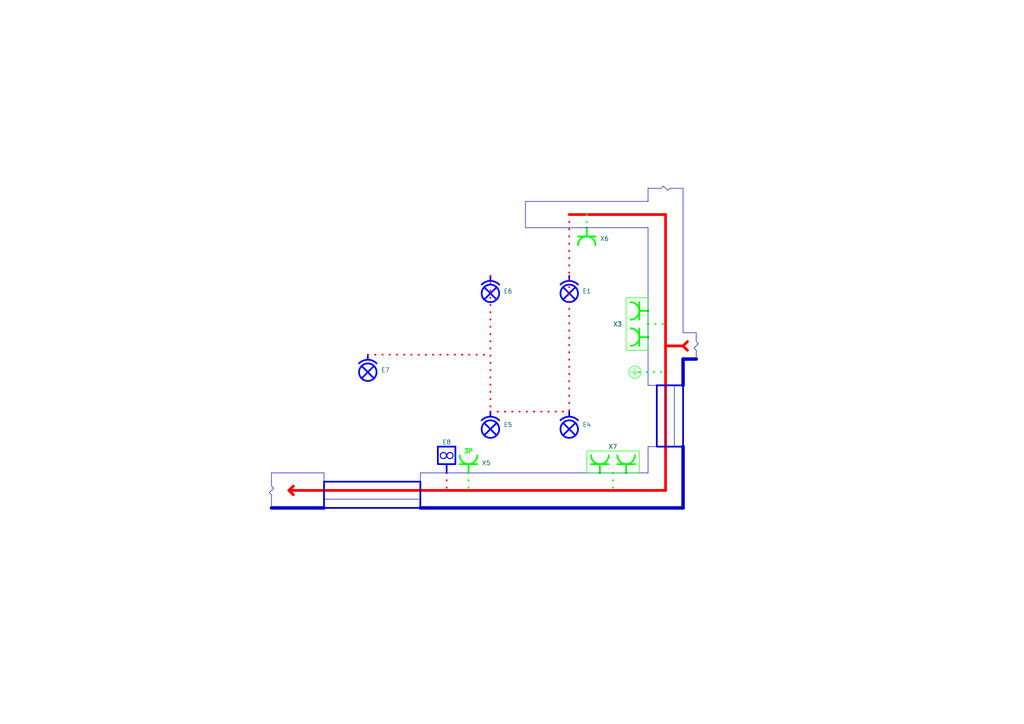
<source format=kicad_sch>
(kicad_sch (version 20230121) (generator eeschema)
  (paper "A4")
  (title_block (title "Projekt elektroinštalácie rodinného domu") (date "2024-05-09") (rev "1") (comment 4 "001-24") (comment 5 "Konanie stavby: 96901 Banská Štiavnica, Belianska 1770/15"))
  (lib_symbols
    (symbol "Wiring:Break" (in_bom no)
      (symbol "Break_0_1"
        (polyline (pts (xy -2.54 0) (xy -1.27 0) (xy -0.635 0.635) (xy 0.635 -0.635) (xy 1.27 0) (xy 2.54 0)) (stroke (width 0) (color 0 0 194 1)))
      )
    )
    (symbol "Wiring:Bulb_ceiling"
      (property "Reference" "E" (at 0 1.905 0))
      (symbol "Bulb_ceiling_0_1"
        (circle (center 0 -5.08) (radius 2.54) (stroke (width 0.5) (color 0 0 255 1)))
        (polyline (pts (xy 0 0) (xy 0 -1.27)) (stroke (width 0.5) (color 0 0 255 1)))
        (polyline (pts (xy 0 -5.08) (xy 1.778 -6.858) (xy -1.778 -3.302)) (stroke (width 0.5) (color 0 0 255 1)))
        (polyline (pts (xy 0 -5.08) (xy 1.778 -3.302) (xy -1.778 -6.858)) (stroke (width 0.5) (color 0 0 255 1)))
        (arc (start 2.5464 -2.524) (mid 0.0055 -1.4721) (end -2.5386 -2.5162) (stroke (width 0.5) (color 0 0 255 1)))
      )
    )
    (symbol "Wiring:Fan"
      (property "Reference" "E" (at 0 2.54 0))
      (symbol "Fan_0_1"
        (circle (center -0.9652 -5.0292) (radius 0.898) (stroke (width 0.3) (color 0 0 255 1)))
        (polyline (pts (xy 0 0) (xy 0 -2.54)) (stroke (width 0.5) (color 0 0 255 1)))
        (polyline (pts (xy 2.54 -7.62) (xy -2.54 -7.62)) (stroke (width 0.5) (color 0 0 255 1)))
        (polyline (pts (xy -2.54 -7.62) (xy -2.54 -2.54) (xy 2.54 -2.54) (xy 2.54 -7.62)) (stroke (width 0.5) (color 0 0 255 1)))
        (circle (center 0.9398 -5.0292) (radius 0.898) (stroke (width 0.3) (color 0 0 255 1)))
      )
    )
    (symbol "Wiring:Outlet"
      (property "Reference" "X" (at 5.08 -3.81 90))
      (symbol "Outlet_0_1"
        (arc (start 0 -2.54) (mid -1.7961 -3.2839) (end -2.54 -5.08) (stroke (width 0.5) (color 0 255 0 1)))
        (polyline (pts (xy 0 0) (xy 0 -2.54) (xy 0 -1.27)) (stroke (width 0.5) (color 0 255 0 1)))
        (polyline (pts (xy 0 -2.54) (xy 2.54 -2.54) (xy -2.54 -2.54) (xy -1.27 -2.54)) (stroke (width 0.5) (color 0 255 0 1)))
        (arc (start 2.54 -5.08) (mid 1.7961 -3.2839) (end 0 -2.54) (stroke (width 0.5) (color 0 255 0 1)))
      )
    )
    (symbol "Wiring:Outlet_3P"
      (property "Reference" "X" (at 0 1.905 0))
      (symbol "Outlet_3P_0_1"
        (arc (start 0.0002 -2.5402) (mid -1.7959 -3.2841) (end -2.5398 -5.0802) (stroke (width 0.5) (color 0 255 0 1)))
        (polyline (pts (xy 0.0002 -0.0002) (xy 0.0002 -2.5402) (xy 0.0002 -1.2702)) (stroke (width 0.5) (color 0 255 0 1)))
        (polyline (pts (xy 0.0002 -2.5402) (xy 2.5402 -2.5402) (xy -2.5398 -2.5402) (xy -1.2698 -2.5402)) (stroke (width 0.5) (color 0 255 0 1)))
        (arc (start 2.5402 -5.0802) (mid 1.7963 -3.2841) (end 0.0002 -2.5402) (stroke (width 0.5) (color 0 255 0 1)))
        (text "3P" (at 0 -6.35 0) (effects (font (size 1.27 1.27) bold)))
      )
    )
    (symbol "Wiring:PE" (in_bom no)
      (symbol "PE_0_1"
        (polyline (pts (xy -0.635 -0.381) (xy 0.635 -0.381)) (stroke (width 0) (color 0 255 0 1)))
        (polyline (pts (xy -0.254 -0.762) (xy 0.254 -0.762)) (stroke (width 0) (color 0 255 0 1)))
        (polyline (pts (xy -1.27 0) (xy 1.27 0) (xy 0 0) (xy 0 1.27)) (stroke (width 0) (color 0 255 0 1)))
        (circle (center 0 0) (radius 1.7825) (stroke (width 0) (color 0 255 0 1)))
      )
    )
  )
  (polyline (pts (xy 187.96 54.61) (xy 190.5 54.61)))
  (polyline (pts (xy 198.12 104.14) (xy 198.12 111.76)) (stroke (width 1)))
  (polyline (pts (xy 198.12 100.33) (xy 193.04 100.33)) (stroke (width 0.8) (type solid) (color 255 0 0 1)))
  (polyline (pts (xy 187.96 66.04) (xy 187.96 111.76)))
  (polyline (pts (xy 152.4 58.42) (xy 152.4 66.04)))
  (polyline (pts (xy 83.82 142.24) (xy 193.04 142.24)) (stroke (width 0.8) (type solid) (color 255 0 0 1)))
  (polyline (pts (xy 198.12 100.33) (xy 199.39 99.06)) (stroke (width 0.8) (type solid) (color 255 0 0 1)))
  (polyline (pts (xy 187.96 58.42) (xy 152.4 58.42)))
  (polyline (pts (xy 83.82 142.24) (xy 85.09 143.51)) (stroke (width 0.8) (type solid) (color 255 0 0 1)))
  (polyline (pts (xy 152.4 66.04) (xy 187.96 66.04)))
  (polyline (pts (xy 195.58 111.76) (xy 195.58 129.54)))
  (polyline (pts (xy 165.1 62.23) (xy 165.1 119.38)) (stroke (width 0.5) (type dot) (color 255 0 0 1)))
  (polyline (pts (xy 124.46 137.16) (xy 121.92 137.16)))
  (polyline (pts (xy 193.04 100.33) (xy 193.04 62.23)) (stroke (width 0.8) (type solid) (color 255 0 0 1)))
  (polyline (pts (xy 187.96 111.76) (xy 190.5 111.76)))
  (polyline (pts (xy 187.96 54.61) (xy 187.96 58.42)))
  (polyline (pts (xy 78.74 137.16) (xy 78.74 139.7)))
  (polyline (pts (xy 198.12 147.32) (xy 198.12 129.54)) (stroke (width 1)))
  (polyline (pts (xy 201.93 102.87) (xy 201.93 104.14)))
  (polyline (pts (xy 78.74 137.16) (xy 93.98 137.16)))
  (polyline (pts (xy 135.89 137.16) (xy 135.89 142.24)) (stroke (width 0.5) (type dot) (color 0 255 0 1)))
  (polyline (pts (xy 201.93 96.52) (xy 201.93 97.79)))
  (polyline (pts (xy 187.96 93.98) (xy 193.04 93.98)) (stroke (width 0.5) (type dot) (color 0 255 0 1)))
  (polyline (pts (xy 193.04 100.33) (xy 193.04 142.24)) (stroke (width 0.8) (type solid) (color 255 0 0 1)))
  (polyline (pts (xy 121.92 137.16) (xy 121.92 139.7)))
  (polyline (pts (xy 142.24 119.38) (xy 165.1 119.38)) (stroke (width 0.5) (type dot) (color 255 0 0 1)))
  (polyline (pts (xy 106.68 102.87) (xy 142.24 102.87)) (stroke (width 0.5) (type dot) (color 255 0 0 1)))
  (polyline (pts (xy 129.54 137.16) (xy 129.54 142.24)) (stroke (width 0.5) (type dot) (color 255 0 0 1)))
  (polyline (pts (xy 198.12 96.52) (xy 198.12 54.61)))
  (polyline (pts (xy 170.18 62.23) (xy 170.18 66.04)) (stroke (width 0.5) (type dot) (color 0 255 0 1)))
  (polyline (pts (xy 165.1 62.23) (xy 193.04 62.23)) (stroke (width 0.8) (type solid) (color 255 0 0 1)))
  (polyline (pts (xy 124.46 137.16) (xy 187.96 137.16)))
  (polyline (pts (xy 121.92 142.24) (xy 109.22 142.24)))
  (polyline (pts (xy 198.12 96.52) (xy 201.93 96.52)))
  (polyline (pts (xy 193.04 111.76) (xy 193.04 129.54)))
  (polyline (pts (xy 83.82 142.24) (xy 85.09 140.97)) (stroke (width 0.8) (type solid) (color 255 0 0 1)))
  (polyline (pts (xy 78.74 144.78) (xy 78.74 147.32)))
  (polyline (pts (xy 185.42 107.95) (xy 193.04 107.95)) (stroke (width 0.5) (type dot) (color 0 255 0 1)))
  (polyline (pts (xy 78.74 147.32) (xy 93.98 147.32)) (stroke (width 1)))
  (polyline (pts (xy 177.8 137.16) (xy 177.8 142.24)) (stroke (width 0.5) (type dot) (color 0 255 0 1)))
  (polyline (pts (xy 187.96 137.16) (xy 187.96 129.54)))
  (polyline (pts (xy 121.92 142.24) (xy 93.98 142.24)))
  (polyline (pts (xy 198.12 100.33) (xy 199.39 101.6)) (stroke (width 0.8) (type solid) (color 255 0 0 1)))
  (polyline (pts (xy 198.12 104.14) (xy 201.93 104.14)) (stroke (width 1)))
  (polyline (pts (xy 93.98 137.16) (xy 93.98 139.7)))
  (polyline (pts (xy 121.92 144.78) (xy 93.98 144.78)))
  (polyline (pts (xy 121.92 147.32) (xy 198.12 147.32)) (stroke (width 1)))
  (polyline (pts (xy 187.96 129.54) (xy 190.5 129.54)))
  (polyline (pts (xy 195.58 54.61) (xy 198.12 54.61)))
  (polyline (pts (xy 142.24 80.01) (xy 142.24 119.38)) (stroke (width 0.5) (type dot) (color 255 0 0 1)))
  (rectangle (start 93.98 139.7) (end 121.92 147.32) (stroke (width 0.5)))
  (rectangle (start 181.61 86.36) (end 187.96 101.6) (stroke (width 0) (color 0 255 0 1)))
  (rectangle (start 190.5 111.76) (end 198.12 129.54) (stroke (width 0.5)))
  (rectangle (start 170.18 130.81) (end 185.42 137.16) (stroke (width 0) (color 0 255 0 1)))
  (symbol (lib_id "Wiring:Bulb_ceiling") (at 142.24 119.38 0) (unit 1)
    (property "Reference" "E5" (at 146.05 123.19 0) (effects (justify left)))
  )
  (symbol (lib_id "Wiring:PE") (at 184.15 107.95 0) (unit 1) (in_bom no)
    (property "Reference" "~4" (effects hide))
  )
  (symbol (lib_id "Wiring:Outlet") (at 173.99 137.16 180) (unit 1)
    (property "Reference" "X8" (effects hide))
    (property "Value" "~" (at 173.99 137.16 0))
  )
  (symbol (lib_id "Wiring:Bulb_ceiling") (at 165.1 119.38 0) (unit 1)
    (property "Reference" "E4" (at 168.91 123.19 0) (effects (justify left)))
  )
  (symbol (lib_id "Wiring:Fan") (at 129.54 137.16 180) (unit 1)
    (property "Reference" "E8" (at 128.27 128.27 0) (effects (justify right)))
    (property "Value" "~" (at 129.54 137.16 0))
  )
  (symbol (lib_id "Wiring:Bulb_ceiling") (at 142.24 80.01 0) (unit 1)
    (property "Reference" "E6" (at 146.05 84.455 0) (effects (justify left)))
  )
  (symbol (lib_id "Wiring:Break") (at 78.74 142.24 90) (unit 1) (in_bom no)
    (property "Reference" "~1" (effects hide))
  )
  (symbol (lib_id "Wiring:Break") (at 193.04 54.61 0) (unit 1) (in_bom no)
    (property "Reference" "~3" (effects hide))
  )
  (symbol (lib_id "Wiring:Break") (at 201.93 100.33 90) (unit 1) (in_bom no)
    (property "Reference" "~2" (effects hide))
  )
  (symbol (lib_id "Wiring:Outlet") (at 187.96 97.79 270) (unit 1)
    (property "Reference" "X4" (effects hide))
    (property "Value" "~" (at 187.96 97.79 0))
  )
  (symbol (lib_id "Wiring:Outlet_3P") (at 135.89 137.16 180) (unit 1)
    (property "Reference" "X5" (at 139.7 134.2686 0) (effects (justify right)))
    (property "Value" "~" (at 135.89 137.16 0))
  )
  (symbol (lib_id "Wiring:Outlet") (at 170.18 66.04 0) (unit 1)
    (property "Reference" "X6" (at 173.99 69.215 0) (effects (justify left)))
    (property "Value" "~" (at 170.18 66.04 0))
  )
  (symbol (lib_id "Wiring:Bulb_ceiling") (at 165.1 80.01 0) (unit 1)
    (property "Reference" "E1" (at 168.91 84.455 0) (effects (justify left)))
  )
  (symbol (lib_id "Wiring:Bulb_ceiling") (at 106.68 102.87 0) (unit 1)
    (property "Reference" "E7" (at 110.49 107.315 0) (effects (justify left)))
  )
  (symbol (lib_id "Wiring:Outlet") (at 187.96 90.17 270) (unit 1)
    (property "Reference" "X3" (at 177.8 93.98 90) (effects (justify left)))
    (property "Value" "~" (at 187.96 90.17 0))
  )
  (symbol (lib_id "Wiring:Outlet") (at 181.61 137.16 180) (unit 1)
    (property "Reference" "X7" (at 179.07 129.54 0) (effects (justify left)))
    (property "Value" "~" (at 181.61 137.16 0))
  )
)
</source>
